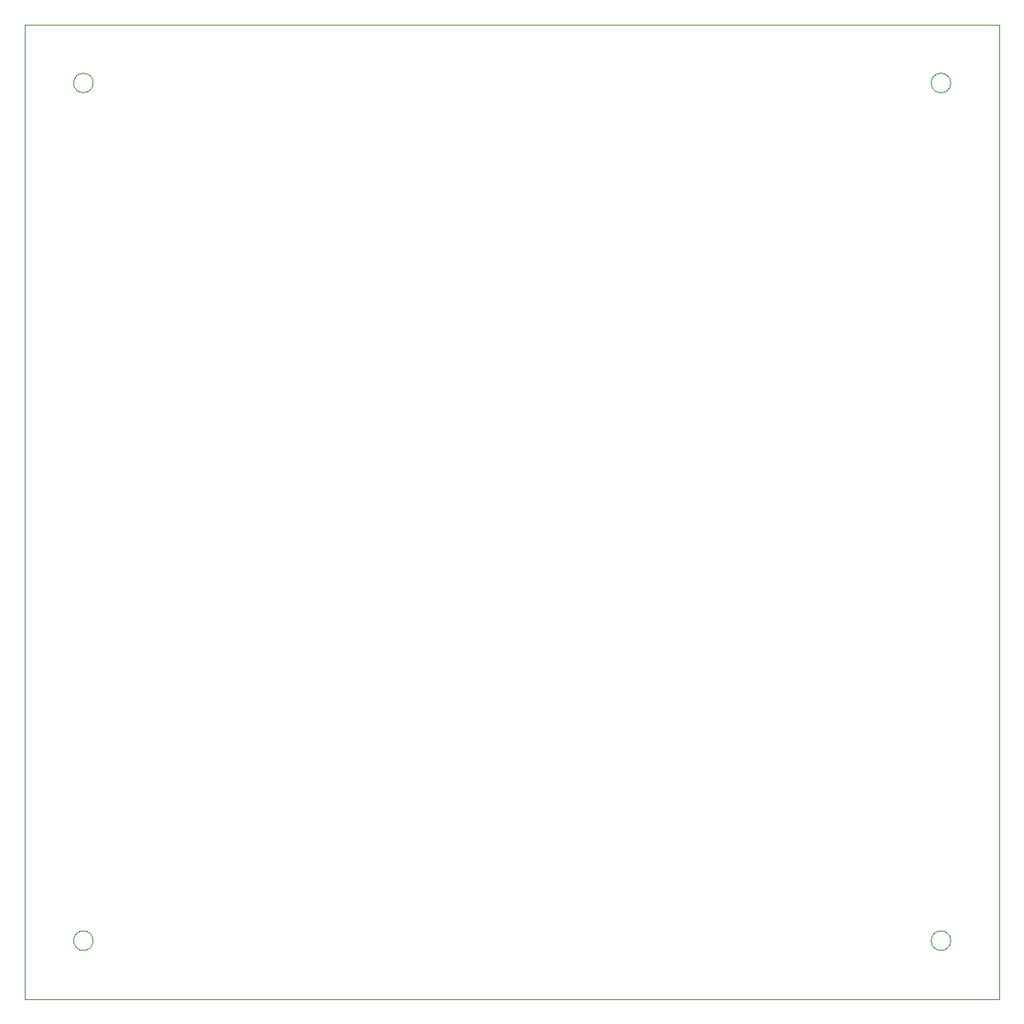
<source format=gbr>
%TF.GenerationSoftware,KiCad,Pcbnew,7.0.10*%
%TF.CreationDate,2024-04-03T15:14:14+02:00*%
%TF.ProjectId,8_switch_rgb_pcb_revision_1,385f7377-6974-4636-985f-7267625f7063,rev?*%
%TF.SameCoordinates,Original*%
%TF.FileFunction,Profile,NP*%
%FSLAX46Y46*%
G04 Gerber Fmt 4.6, Leading zero omitted, Abs format (unit mm)*
G04 Created by KiCad (PCBNEW 7.0.10) date 2024-04-03 15:14:14*
%MOMM*%
%LPD*%
G01*
G04 APERTURE LIST*
%TA.AperFunction,Profile*%
%ADD10C,0.100000*%
%TD*%
G04 APERTURE END LIST*
D10*
X150437412Y-181480000D02*
G75*
G03*
X148437412Y-181480000I-1000000J0D01*
G01*
X148437412Y-181480000D02*
G75*
G03*
X150437412Y-181480000I1000000J0D01*
G01*
X55437412Y-87480000D02*
X155437412Y-87480000D01*
X155437412Y-187480000D01*
X55437412Y-187480000D01*
X55437412Y-87480000D01*
X62437412Y-181480000D02*
G75*
G03*
X60437412Y-181480000I-1000000J0D01*
G01*
X60437412Y-181480000D02*
G75*
G03*
X62437412Y-181480000I1000000J0D01*
G01*
X150437412Y-93480000D02*
G75*
G03*
X148437412Y-93480000I-1000000J0D01*
G01*
X148437412Y-93480000D02*
G75*
G03*
X150437412Y-93480000I1000000J0D01*
G01*
X62437412Y-93480000D02*
G75*
G03*
X60437412Y-93480000I-1000000J0D01*
G01*
X60437412Y-93480000D02*
G75*
G03*
X62437412Y-93480000I1000000J0D01*
G01*
M02*

</source>
